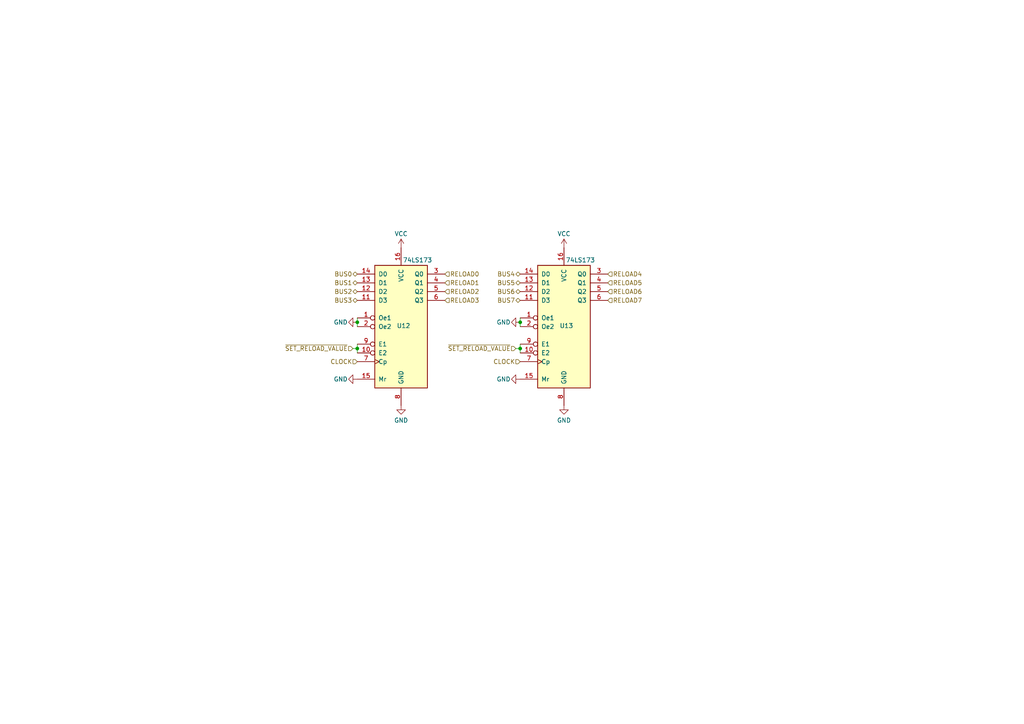
<source format=kicad_sch>
(kicad_sch (version 20211123) (generator eeschema)
  (paper "A4")
  (lib_symbols
    (symbol "74xx:74LS173" (pin_names (offset 1.016))
      (property "Reference" "U" (at -7.62 19.05 0))
      (property "Value" "74LS173" (at -7.62 -19.05 0))
      (symbol "74LS173_1_0"
        (pin input inverted (at -12.7 2.54 0) (length 5.08) (name "Oe1") (number "1"))
        (pin input inverted (at -12.7 -7.62 0) (length 5.08) (name "E2") (number "10"))
        (pin input line (at -12.7 7.62 0) (length 5.08) (name "D3") (number "11"))
        (pin input line (at -12.7 10.16 0) (length 5.08) (name "D2") (number "12"))
        (pin input line (at -12.7 12.7 0) (length 5.08) (name "D1") (number "13"))
        (pin input line (at -12.7 15.24 0) (length 5.08) (name "D0") (number "14"))
        (pin input line (at -12.7 -15.24 0) (length 5.08) (name "Mr") (number "15"))
        (pin power_in line (at 0 22.86 270) (length 5.08) (name "VCC") (number "16"))
        (pin input inverted (at -12.7 0 0) (length 5.08) (name "Oe2") (number "2"))
        (pin tri_state line (at 12.7 15.24 180) (length 5.08) (name "Q0") (number "3"))
        (pin tri_state line (at 12.7 12.7 180) (length 5.08) (name "Q1") (number "4"))
        (pin tri_state line (at 12.7 10.16 180) (length 5.08) (name "Q2") (number "5"))
        (pin tri_state line (at 12.7 7.62 180) (length 5.08) (name "Q3") (number "6"))
        (pin input clock (at -12.7 -10.16 0) (length 5.08) (name "Cp") (number "7"))
        (pin power_in line (at 0 -22.86 90) (length 5.08) (name "GND") (number "8"))
        (pin input inverted (at -12.7 -5.08 0) (length 5.08) (name "E1") (number "9"))
      )
      (symbol "74LS173_1_1"
        (rectangle (start -7.62 17.78) (end 7.62 -17.78) (stroke (width 0.254)) (fill (type background)))
      )
    )
    (symbol "power:GND" (power) (pin_names (offset 0))
      (property "Value" "GND" (at 0 -3.81 0))
      (symbol "GND_0_1"
        (polyline (pts (xy 0 0) (xy 0 -1.27) (xy 1.27 -1.27) (xy 0 -2.54) (xy -1.27 -1.27) (xy 0 -1.27)))
      )
      (symbol "GND_1_1"
        (pin power_in line (at 0 0 270) (length 0) hide (name "GND") (number "1"))
      )
    )
    (symbol "power:VCC" (power) (pin_names (offset 0))
      (property "Value" "VCC" (at 0 3.81 0))
      (symbol "VCC_0_1"
        (polyline (pts (xy -0.762 1.27) (xy 0 2.54)))
        (polyline (pts (xy 0 0) (xy 0 2.54)))
        (polyline (pts (xy 0 2.54) (xy 0.762 1.27)))
      )
      (symbol "VCC_1_1"
        (pin power_in line (at 0 0 90) (length 0) hide (name "VCC") (number "1"))
      )
    )
  )
  (junction (at 103.632 101.092))
  (junction (at 103.632 93.472))
  (junction (at 150.876 93.472))
  (junction (at 150.876 101.092))
  (wire (pts (xy 150.876 99.822) (xy 150.876 101.092)))
  (wire (pts (xy 103.632 93.472) (xy 103.632 94.742)))
  (wire (pts (xy 150.876 92.202) (xy 150.876 93.472)))
  (wire (pts (xy 103.632 99.822) (xy 103.632 101.092)))
  (wire (pts (xy 149.606 101.092) (xy 150.876 101.092)))
  (wire (pts (xy 103.632 92.202) (xy 103.632 93.472)))
  (wire (pts (xy 103.632 101.092) (xy 103.632 102.362)))
  (wire (pts (xy 150.876 101.092) (xy 150.876 102.362)))
  (wire (pts (xy 102.362 101.092) (xy 103.632 101.092)))
  (wire (pts (xy 150.876 93.472) (xy 150.876 94.742)))
  (hierarchical_label "RELOAD1" (shape input) (at 129.032 82.042 0))
  (hierarchical_label "BUS4" (shape tri_state) (at 150.876 79.502 180))
  (hierarchical_label "CLOCK" (shape input) (at 103.632 104.902 180))
  (hierarchical_label "BUS3" (shape tri_state) (at 103.632 87.122 180))
  (hierarchical_label "RELOAD0" (shape input) (at 129.032 79.502 0))
  (hierarchical_label "RELOAD6" (shape input) (at 176.276 84.582 0))
  (hierarchical_label "BUS1" (shape tri_state) (at 103.632 82.042 180))
  (hierarchical_label "RELOAD4" (shape input) (at 176.276 79.502 0))
  (hierarchical_label "RELOAD5" (shape input) (at 176.276 82.042 0))
  (hierarchical_label "~{SET_RELOAD_VALUE}" (shape input) (at 102.362 101.092 180))
  (hierarchical_label "~{SET_RELOAD_VALUE}" (shape input) (at 149.606 101.092 180))
  (hierarchical_label "BUS6" (shape tri_state) (at 150.876 84.582 180))
  (hierarchical_label "CLOCK" (shape input) (at 150.876 104.902 180))
  (hierarchical_label "BUS7" (shape tri_state) (at 150.876 87.122 180))
  (hierarchical_label "RELOAD2" (shape input) (at 129.032 84.582 0))
  (hierarchical_label "RELOAD7" (shape input) (at 176.276 87.122 0))
  (hierarchical_label "BUS0" (shape tri_state) (at 103.632 79.502 180))
  (hierarchical_label "RELOAD3" (shape input) (at 129.032 87.122 0))
  (hierarchical_label "BUS5" (shape tri_state) (at 150.876 82.042 180))
  (hierarchical_label "BUS2" (shape tri_state) (at 103.632 84.582 180))
  (symbol (lib_id "74xx:74LS173") (at 116.332 94.742 0)
    (property "Reference" "U12" (at 115.062 94.488 0) (effects (justify left)))
    (property "Value" "74LS173" (at 116.84 75.438 0) (effects (justify left)))
    (property "Footprint" "Package_SO:SOIC-16_3.9x9.9mm_P1.27mm" (effects hide))
    (property "Datasheet" "http://www.ti.com/lit/gpn/sn74LS173" (effects hide))
  )
  (symbol (lib_id "power:GND") (at 103.632 109.982 270)
    (property "Reference" "#PWR058" (effects hide))
    (property "Value" "GND" (at 98.806 109.982 90))
  )
  (symbol (lib_id "power:GND") (at 150.876 109.982 270)
    (property "Reference" "#PWR062" (effects hide))
    (property "Value" "GND" (at 146.05 109.982 90))
  )
  (symbol (lib_id "74xx:74LS173") (at 163.576 94.742 0)
    (property "Reference" "U13" (at 162.306 94.488 0) (effects (justify left)))
    (property "Value" "74LS173" (at 164.084 75.438 0) (effects (justify left)))
    (property "Footprint" "Package_SO:SOIC-16_3.9x9.9mm_P1.27mm" (effects hide))
    (property "Datasheet" "http://www.ti.com/lit/gpn/sn74LS173" (effects hide))
  )
  (symbol (lib_id "power:GND") (at 150.876 93.472 270)
    (property "Reference" "#PWR061" (effects hide))
    (property "Value" "GND" (at 146.05 93.472 90))
  )
  (symbol (lib_id "power:GND") (at 116.332 117.602 0)
    (property "Reference" "#PWR060" (effects hide))
    (property "Value" "GND" (at 116.332 121.92 0))
  )
  (symbol (lib_id "power:GND") (at 163.576 117.602 0)
    (property "Reference" "#PWR064" (effects hide))
    (property "Value" "GND" (at 163.576 121.92 0))
  )
  (symbol (lib_id "power:VCC") (at 163.576 71.882 0)
    (property "Reference" "#PWR063" (effects hide))
    (property "Value" "VCC" (at 163.576 67.818 0))
  )
  (symbol (lib_id "power:VCC") (at 116.332 71.882 0)
    (property "Reference" "#PWR059" (effects hide))
    (property "Value" "VCC" (at 116.332 67.818 0))
  )
  (symbol (lib_id "power:GND") (at 103.632 93.472 270)
    (property "Reference" "#PWR057" (effects hide))
    (property "Value" "GND" (at 98.806 93.472 90))
  )
)
</source>
